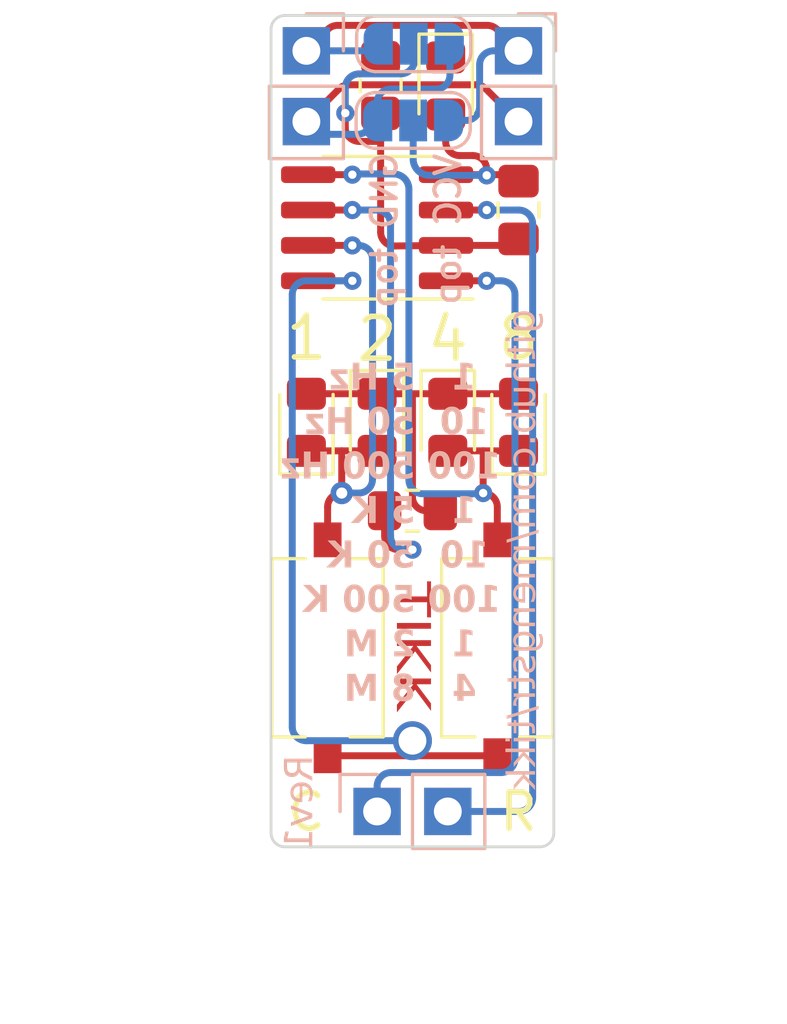
<source format=kicad_pcb>
(kicad_pcb (version 20221018) (generator pcbnew)
  (title_block (comment 4 "github.com/mengstr/tikk"))
  (layers (0 "F.Cu" signal) (31 "B.Cu" signal) (34 "B.Paste" user) (35 "F.Paste" user) (36 "B.SilkS" user "B.Silkscreen") (37 "F.SilkS" user "F.Silkscreen") (38 "B.Mask" user) (39 "F.Mask" user) (44 "Edge.Cuts" user))
  (net 0 "")
  (net 1 "GND")
  (net 2 "+5V")
  (net 3 "Net-(D1-A)")
  (net 4 "Net-(D5-K)")
  (net 5 "/SW_LED_GRP2")
  (net 6 "/SW_LED_GRP1")
  (net 7 "/RESET")
  (net 8 "/CLOCK")
  (net 9 "/LED_COM")
  (net 10 "/SW_COM{slash}SWIO")
  (net 11 "Net-(J2-Pin_1)")
  (net 12 "Net-(J2-Pin_2)")
  (footprint "Resistor_SMD:R_0805_2012Metric_Pad1.20x1.40mm_HandSolder" (layer "F.Cu") (at 73.152 64.745 -90)
    (fp_text reference "R1" hide)
    (fp_text value "R" hide)
    (fp_line (start -0.227064 -0.735) (end 0.227064 -0.735) (stroke (width 0.12)) (layer "F.SilkS"))
    (fp_line (start -0.227064 0.735) (end 0.227064 0.735) (stroke (width 0.12)) (layer "F.SilkS"))
    (pad "1" smd roundrect (at -1 0 270) (size 1.2 1.4) (layers "F.Cu" "F.Paste" "F.Mask") (roundrect_rratio 0.2083333333) (net 4 "Net-(D5-K)"))
    (pad "2" smd roundrect (at 1 0 270) (size 1.2 1.4) (layers "F.Cu" "F.Paste" "F.Mask") (roundrect_rratio 0.2083333333) (net 1 "GND"))
  )
  (footprint "LED_SMD:LED_0805_2012Metric_Pad1.15x1.40mm_HandSolder" (layer "F.Cu") (at 75.565 76.835 -90)
    (fp_text reference "D3" hide)
    (fp_text value "LED" hide)
    (fp_line (start -1.86 -0.96) (end -1.86 0.96) (stroke (width 0.12)) (layer "F.SilkS"))
    (fp_line (start -1.86 0.96) (end 1 0.96) (stroke (width 0.12)) (layer "F.SilkS"))
    (fp_line (start 1 -0.96) (end -1.86 -0.96) (stroke (width 0.12)) (layer "F.SilkS"))
    (pad "1" smd roundrect (at -1.025 0 270) (size 1.15 1.4) (layers "F.Cu" "F.Paste" "F.Mask") (roundrect_rratio 0.2173913043) (net 3 "Net-(D1-A)"))
    (pad "2" smd roundrect (at 1.025 0 270) (size 1.15 1.4) (layers "F.Cu" "F.Paste" "F.Mask") (roundrect_rratio 0.2173913043) (net 6 "/SW_LED_GRP1"))
  )
  (footprint "LED_SMD:LED_0805_2012Metric_Pad1.15x1.40mm_HandSolder" (layer "F.Cu") (at 73.025 76.835 -90)
    (fp_text reference "D2" hide)
    (fp_text value "LED" hide)
    (fp_line (start -1.86 -0.96) (end -1.86 0.96) (stroke (width 0.12)) (layer "F.SilkS"))
    (fp_line (start -1.86 0.96) (end 1 0.96) (stroke (width 0.12)) (layer "F.SilkS"))
    (fp_line (start 1 -0.96) (end -1.86 -0.96) (stroke (width 0.12)) (layer "F.SilkS"))
    (pad "1" smd roundrect (at -1.025 0 270) (size 1.15 1.4) (layers "F.Cu" "F.Paste" "F.Mask") (roundrect_rratio 0.2173913043) (net 3 "Net-(D1-A)"))
    (pad "2" smd roundrect (at 1.025 0 270) (size 1.15 1.4) (layers "F.Cu" "F.Paste" "F.Mask") (roundrect_rratio 0.2173913043) (net 5 "/SW_LED_GRP2"))
  )
  (footprint "Resistor_SMD:R_0805_2012Metric_Pad1.20x1.40mm_HandSolder" (layer "F.Cu") (at 74.295 80.01 180)
    (fp_text reference "R2" hide)
    (fp_text value "R" hide)
    (fp_line (start -0.227064 -0.735) (end 0.227064 -0.735) (stroke (width 0.12)) (layer "F.SilkS"))
    (fp_line (start -0.227064 0.735) (end 0.227064 0.735) (stroke (width 0.12)) (layer "F.SilkS"))
    (pad "1" smd roundrect (at -1 0 180) (size 1.2 1.4) (layers "F.Cu" "F.Paste" "F.Mask") (roundrect_rratio 0.2083333333) (net 3 "Net-(D1-A)"))
    (pad "2" smd roundrect (at 1 0 180) (size 1.2 1.4) (layers "F.Cu" "F.Paste" "F.Mask") (roundrect_rratio 0.2083333333) (net 9 "/LED_COM"))
  )
  (footprint "LED_SMD:LED_0805_2012Metric_Pad1.15x1.40mm_HandSolder" (layer "F.Cu") (at 78.105 76.835 90)
    (fp_text reference "D4" hide)
    (fp_text value "LED" hide)
    (fp_line (start -1.86 -0.96) (end -1.86 0.96) (stroke (width 0.12)) (layer "F.SilkS"))
    (fp_line (start -1.86 0.96) (end 1 0.96) (stroke (width 0.12)) (layer "F.SilkS"))
    (fp_line (start 1 -0.96) (end -1.86 -0.96) (stroke (width 0.12)) (layer "F.SilkS"))
    (pad "1" smd roundrect (at -1.025 0 90) (size 1.15 1.4) (layers "F.Cu" "F.Paste" "F.Mask") (roundrect_rratio 0.2173913043) (net 6 "/SW_LED_GRP1"))
    (pad "2" smd roundrect (at 1.025 0 90) (size 1.15 1.4) (layers "F.Cu" "F.Paste" "F.Mask") (roundrect_rratio 0.2173913043) (net 3 "Net-(D1-A)"))
  )
  (footprint "Capacitor_SMD:C_0805_2012Metric_Pad1.18x1.45mm_HandSolder" (layer "F.Cu") (at 78.105 69.215 -90)
    (fp_text reference "C1" hide)
    (fp_text value "C" hide)
    (fp_line (start -0.261252 -0.735) (end 0.261252 -0.735) (stroke (width 0.12)) (layer "F.SilkS"))
    (fp_line (start -0.261252 0.735) (end 0.261252 0.735) (stroke (width 0.12)) (layer "F.SilkS"))
    (pad "1" smd roundrect (at -1.0375 0 270) (size 1.175 1.45) (layers "F.Cu" "F.Paste" "F.Mask") (roundrect_rratio 0.2127659574) (net 2 "+5V"))
    (pad "2" smd roundrect (at 1.0375 0 270) (size 1.175 1.45) (layers "F.Cu" "F.Paste" "F.Mask") (roundrect_rratio 0.2127659574) (net 1 "GND"))
  )
  (footprint "LED_SMD:LED_0805_2012Metric_Pad1.15x1.40mm_HandSolder" (layer "F.Cu") (at 75.4888 64.761 -90)
    (fp_text reference "D5" hide)
    (fp_text value "LED" hide)
    (fp_line (start -1.86 -0.96) (end -1.86 0.96) (stroke (width 0.12)) (layer "F.SilkS"))
    (fp_line (start -1.86 0.96) (end 1 0.96) (stroke (width 0.12)) (layer "F.SilkS"))
    (fp_line (start 1 -0.96) (end -1.86 -0.96) (stroke (width 0.12)) (layer "F.SilkS"))
    (pad "1" smd roundrect (at -1.025 0 270) (size 1.15 1.4) (layers "F.Cu" "F.Paste" "F.Mask") (roundrect_rratio 0.2173913043) (net 4 "Net-(D5-K)"))
    (pad "2" smd roundrect (at 1.025 0 270) (size 1.15 1.4) (layers "F.Cu" "F.Paste" "F.Mask") (roundrect_rratio 0.2173913043) (net 2 "+5V"))
  )
  (footprint "Package_SO:SOIC-8_3.9x4.9mm_P1.27mm" (layer "F.Cu") (at 73.025 69.85 180)
    (fp_text reference "U2" hide)
    (fp_text value "CH32V003J4M6" hide)
    (fp_line (start 0 -2.56) (end -3.45 -2.56) (stroke (width 0.12)) (layer "F.SilkS"))
    (fp_line (start 0 -2.56) (end 1.95 -2.56) (stroke (width 0.12)) (layer "F.SilkS"))
    (fp_line (start 0 2.56) (end -1.95 2.56) (stroke (width 0.12)) (layer "F.SilkS"))
    (fp_line (start 0 2.56) (end 1.95 2.56) (stroke (width 0.12)) (layer "F.SilkS"))
    (pad "1" smd roundrect (at -2.475 -1.905 180) (size 1.95 0.6) (layers "F.Cu" "F.Paste" "F.Mask") (net 8 "/CLOCK"))
    (pad "2" smd roundrect (at -2.475 -0.635 180) (size 1.95 0.6) (layers "F.Cu" "F.Paste" "F.Mask") (net 1 "GND"))
    (pad "3" smd roundrect (at -2.475 0.635 180) (size 1.95 0.6) (layers "F.Cu" "F.Paste" "F.Mask") (net 7 "/RESET"))
    (pad "4" smd roundrect (at -2.475 1.905 180) (size 1.95 0.6) (layers "F.Cu" "F.Paste" "F.Mask") (net 2 "+5V"))
    (pad "5" smd roundrect (at 2.475 1.905 180) (size 1.95 0.6) (layers "F.Cu" "F.Paste" "F.Mask") (net 6 "/SW_LED_GRP1"))
    (pad "6" smd roundrect (at 2.475 0.635 180) (size 1.95 0.6) (layers "F.Cu" "F.Paste" "F.Mask") (net 9 "/LED_COM"))
    (pad "7" smd roundrect (at 2.475 -0.635 180) (size 1.95 0.6) (layers "F.Cu" "F.Paste" "F.Mask") (net 5 "/SW_LED_GRP2"))
    (pad "8" smd roundrect (at 2.475 -1.905 180) (size 1.95 0.6) (layers "F.Cu" "F.Paste" "F.Mask") (net 10 "/SW_COM{slash}SWIO"))
  )
  (footprint "Button_Switch_SMD:SW_Tactile_SPST_NO_Straight_CK_PTS636Sx25SMTRLFS" (layer "F.Cu") (at 77.343 84.93 -90)
    (fp_text reference "SW2" hide)
    (fp_text value "SW_Push" hide)
    (fp_line (start -3.2 -2) (end -3.2 -0.8) (stroke (width 0.12)) (layer "F.SilkS"))
    (fp_line (start -3.2 0.8) (end -3.2 2) (stroke (width 0.12)) (layer "F.SilkS"))
    (fp_line (start -3.2 2) (end 3.2 2) (stroke (width 0.12)) (layer "F.SilkS"))
    (fp_line (start 3.2 -2) (end -3.2 -2) (stroke (width 0.12)) (layer "F.SilkS"))
    (fp_line (start 3.2 -0.8) (end 3.2 -2) (stroke (width 0.12)) (layer "F.SilkS"))
    (fp_line (start 3.2 2) (end 3.2 0.8) (stroke (width 0.12)) (layer "F.SilkS"))
    (pad "1" smd rect (at -3.875 0 270) (size 1.25 1) (layers "F.Cu" "F.Paste" "F.Mask") (net 6 "/SW_LED_GRP1"))
    (pad "2" smd rect (at 3.875 0 270) (size 1.25 1) (layers "F.Cu" "F.Paste" "F.Mask") (net 10 "/SW_COM{slash}SWIO"))
  )
  (footprint "Button_Switch_SMD:SW_Tactile_SPST_NO_Straight_CK_PTS636Sx25SMTRLFS" (layer "F.Cu") (at 71.247 84.93 -90)
    (fp_text reference "SW1" hide)
    (fp_text value "SW_Push" hide)
    (fp_line (start -3.2 -2) (end -3.2 -0.8) (stroke (width 0.12)) (layer "F.SilkS"))
    (fp_line (start -3.2 0.8) (end -3.2 2) (stroke (width 0.12)) (layer "F.SilkS"))
    (fp_line (start -3.2 2) (end 3.2 2) (stroke (width 0.12)) (layer "F.SilkS"))
    (fp_line (start 3.2 -2) (end -3.2 -2) (stroke (width 0.12)) (layer "F.SilkS"))
    (fp_line (start 3.2 -0.8) (end 3.2 -2) (stroke (width 0.12)) (layer "F.SilkS"))
    (fp_line (start 3.2 2) (end 3.2 0.8) (stroke (width 0.12)) (layer "F.SilkS"))
    (pad "1" smd rect (at -3.875 0 270) (size 1.25 1) (layers "F.Cu" "F.Paste" "F.Mask") (net 5 "/SW_LED_GRP2"))
    (pad "2" smd rect (at 3.875 0 270) (size 1.25 1) (layers "F.Cu" "F.Paste" "F.Mask") (net 10 "/SW_COM{slash}SWIO"))
  )
  (footprint "LED_SMD:LED_0805_2012Metric_Pad1.15x1.40mm_HandSolder" (layer "F.Cu") (at 70.485 76.835 90)
    (fp_text reference "D1" hide)
    (fp_text value "LED" hide)
    (fp_line (start -1.86 -0.96) (end -1.86 0.96) (stroke (width 0.12)) (layer "F.SilkS"))
    (fp_line (start -1.86 0.96) (end 1 0.96) (stroke (width 0.12)) (layer "F.SilkS"))
    (fp_line (start 1 -0.96) (end -1.86 -0.96) (stroke (width 0.12)) (layer "F.SilkS"))
    (pad "1" smd roundrect (at -1.025 0 90) (size 1.15 1.4) (layers "F.Cu" "F.Paste" "F.Mask") (roundrect_rratio 0.2173913043) (net 5 "/SW_LED_GRP2"))
    (pad "2" smd roundrect (at 1.025 0 90) (size 1.15 1.4) (layers "F.Cu" "F.Paste" "F.Mask") (roundrect_rratio 0.2173913043) (net 3 "Net-(D1-A)"))
  )
  (footprint "Jumper:SolderJumper-3_P1.3mm_Open_RoundedPad1.0x1.5mm" (layer "B.Cu") (at 74.3412 63.246 180)
    (fp_text reference "JP1" hide)
    (fp_text value "SolderJumper_3_Open" hide)
    (fp_line (start -2.05 -0.3) (end -2.05 0.3) (stroke (width 0.12)) (layer "B.SilkS"))
    (fp_line (start -1.4 1) (end 1.4 1) (stroke (width 0.12)) (layer "B.SilkS"))
    (fp_line (start 1.4 -1) (end -1.4 -1) (stroke (width 0.12)) (layer "B.SilkS"))
    (fp_line (start 2.05 0.3) (end 2.05 -0.3) (stroke (width 0.12)) (layer "B.SilkS"))
    (fp_arc (start -2.05 -0.3) (mid -1.844975 -0.794975) (end -1.35 -1) (stroke (width 0.12)) (layer "B.SilkS"))
    (fp_arc (start -1.35 1) (mid -1.844975 0.794975) (end -2.05 0.3) (stroke (width 0.12)) (layer "B.SilkS"))
    (fp_arc (start 1.35 -1) (mid 1.844975 -0.794975) (end 2.05 -0.3) (stroke (width 0.12)) (layer "B.SilkS"))
    (fp_arc (start 2.05 0.3) (mid 1.844975 0.794975) (end 1.35 1) (stroke (width 0.12)) (layer "B.SilkS"))
    (pad "1" smd custom (at -1.3 0 180) (size 1 0.5) (layers "B.Cu" "B.Mask") (net 12 "Net-(J2-Pin_2)") (options (clearance outline) (anchor rect)) (primitives (gr_circle (center 0 -0.25) (end 0.5 -0.25) (width 0) (fill yes)) (gr_circle (center 0 0.25) (end 0.5 0.25) (width 0) (fill yes)) (gr_poly (pts (xy 0.55 -0.75) (xy 0 -0.75) (xy 0 0.75) (xy 0.55 0.75)) (width 0) (fill yes))))
    (pad "2" smd rect (at 0 0 180) (size 1 1.5) (layers "B.Cu" "B.Mask") (net 1 "GND"))
    (pad "3" smd custom (at 1.3 0 180) (size 1 0.5) (layers "B.Cu" "B.Mask") (net 11 "Net-(J2-Pin_1)") (options (clearance outline) (anchor rect)) (primitives (gr_circle (center 0 -0.25) (end 0.5 -0.25) (width 0) (fill yes)) (gr_circle (center 0 0.25) (end 0.5 0.25) (width 0) (fill yes)) (gr_poly (pts (xy 0 -0.75) (xy -0.55 -0.75) (xy -0.55 0.75) (xy 0 0.75)) (width 0) (fill yes))))
  )
  (footprint "Connector_PinHeader_2.54mm:PinHeader_1x02_P2.54mm_Vertical" (layer "B.Cu") (at 73.025 90.805 -90)
    (fp_text reference "J1" hide)
    (fp_text value "Conn_01x02_Pin" hide)
    (fp_line (start -1.33 -3.87) (end 1.33 -3.87) (stroke (width 0.12)) (layer "B.SilkS"))
    (fp_line (start -1.33 -1.27) (end -1.33 -3.87) (stroke (width 0.12)) (layer "B.SilkS"))
    (fp_line (start -1.33 -1.27) (end 1.33 -1.27) (stroke (width 0.12)) (layer "B.SilkS"))
    (fp_line (start -1.33 0) (end -1.33 1.33) (stroke (width 0.12)) (layer "B.SilkS"))
    (fp_line (start -1.33 1.33) (end 0 1.33) (stroke (width 0.12)) (layer "B.SilkS"))
    (fp_line (start 1.33 -1.27) (end 1.33 -3.87) (stroke (width 0.12)) (layer "B.SilkS"))
    (pad "1" thru_hole rect (at 0 0 270) (size 1.7 1.7) (drill 1) (layers "*.Cu" "*.Mask") (net 8 "/CLOCK"))
    (pad "2" thru_hole rect (at 0 -2.54 270) (size 1.7 1.7) (drill 1) (layers "*.Cu" "*.Mask") (net 7 "/RESET"))
  )
  (footprint "Connector_PinHeader_2.54mm:PinHeader_1x02_P2.54mm_Vertical" (layer "B.Cu") (at 78.105 63.5 180)
    (fp_text reference "J2" hide)
    (fp_text value "Conn_01x02_Pin" hide)
    (fp_line (start -1.33 -3.87) (end 1.33 -3.87) (stroke (width 0.12)) (layer "B.SilkS"))
    (fp_line (start -1.33 -1.27) (end -1.33 -3.87) (stroke (width 0.12)) (layer "B.SilkS"))
    (fp_line (start -1.33 -1.27) (end 1.33 -1.27) (stroke (width 0.12)) (layer "B.SilkS"))
    (fp_line (start -1.33 0) (end -1.33 1.33) (stroke (width 0.12)) (layer "B.SilkS"))
    (fp_line (start -1.33 1.33) (end 0 1.33) (stroke (width 0.12)) (layer "B.SilkS"))
    (fp_line (start 1.33 -1.27) (end 1.33 -3.87) (stroke (width 0.12)) (layer "B.SilkS"))
    (pad "1" thru_hole rect (at 0 0 180) (size 1.7 1.7) (drill 1) (layers "*.Cu" "*.Mask") (net 11 "Net-(J2-Pin_1)"))
    (pad "2" thru_hole rect (at 0 -2.54 180) (size 1.7 1.7) (drill 1) (layers "*.Cu" "*.Mask") (net 12 "Net-(J2-Pin_2)"))
  )
  (footprint "Jumper:SolderJumper-3_P1.3mm_Open_RoundedPad1.0x1.5mm" (layer "B.Cu") (at 74.3204 65.9991 180)
    (fp_text reference "JP2" hide)
    (fp_text value "SolderJumper_3_Open" hide)
    (fp_line (start -2.05 -0.3) (end -2.05 0.3) (stroke (width 0.12)) (layer "B.SilkS"))
    (fp_line (start -1.4 1) (end 1.4 1) (stroke (width 0.12)) (layer "B.SilkS"))
    (fp_line (start 1.4 -1) (end -1.4 -1) (stroke (width 0.12)) (layer "B.SilkS"))
    (fp_line (start 2.05 0.3) (end 2.05 -0.3) (stroke (width 0.12)) (layer "B.SilkS"))
    (fp_arc (start -2.05 -0.3) (mid -1.844975 -0.794975) (end -1.35 -1) (stroke (width 0.12)) (layer "B.SilkS"))
    (fp_arc (start -1.35 1) (mid -1.844975 0.794975) (end -2.05 0.3) (stroke (width 0.12)) (layer "B.SilkS"))
    (fp_arc (start 1.35 -1) (mid 1.844975 -0.794975) (end 2.05 -0.3) (stroke (width 0.12)) (layer "B.SilkS"))
    (fp_arc (start 2.05 0.3) (mid 1.844975 0.794975) (end 1.35 1) (stroke (width 0.12)) (layer "B.SilkS"))
    (pad "1" smd custom (at -1.3 0 180) (size 1 0.5) (layers "B.Cu" "B.Mask") (net 11 "Net-(J2-Pin_1)") (options (clearance outline) (anchor rect)) (primitives (gr_circle (center 0 -0.25) (end 0.5 -0.25) (width 0) (fill yes)) (gr_circle (center 0 0.25) (end 0.5 0.25) (width 0) (fill yes)) (gr_poly (pts (xy 0.55 -0.75) (xy 0 -0.75) (xy 0 0.75) (xy 0.55 0.75)) (width 0) (fill yes))))
    (pad "2" smd rect (at 0 0 180) (size 1 1.5) (layers "B.Cu" "B.Mask") (net 2 "+5V"))
    (pad "3" smd custom (at 1.3 0 180) (size 1 0.5) (layers "B.Cu" "B.Mask") (net 12 "Net-(J2-Pin_2)") (options (clearance outline) (anchor rect)) (primitives (gr_circle (center 0 -0.25) (end 0.5 -0.25) (width 0) (fill yes)) (gr_circle (center 0 0.25) (end 0.5 0.25) (width 0) (fill yes)) (gr_poly (pts (xy 0 -0.75) (xy -0.55 -0.75) (xy -0.55 0.75) (xy 0 0.75)) (width 0) (fill yes))))
  )
  (footprint "Connector_PinHeader_2.54mm:PinHeader_1x02_P2.54mm_Vertical" (layer "B.Cu") (at 70.485 63.5 180)
    (fp_text reference "J3" hide)
    (fp_text value "Conn_01x02_Pin" hide)
    (fp_line (start -1.33 -3.87) (end 1.33 -3.87) (stroke (width 0.12)) (layer "B.SilkS"))
    (fp_line (start -1.33 -1.27) (end -1.33 -3.87) (stroke (width 0.12)) (layer "B.SilkS"))
    (fp_line (start -1.33 -1.27) (end 1.33 -1.27) (stroke (width 0.12)) (layer "B.SilkS"))
    (fp_line (start -1.33 0) (end -1.33 1.33) (stroke (width 0.12)) (layer "B.SilkS"))
    (fp_line (start -1.33 1.33) (end 0 1.33) (stroke (width 0.12)) (layer "B.SilkS"))
    (fp_line (start 1.33 -1.27) (end 1.33 -3.87) (stroke (width 0.12)) (layer "B.SilkS"))
    (pad "1" thru_hole rect (at 0 0 180) (size 1.7 1.7) (drill 1) (layers "*.Cu" "*.Mask") (net 11 "Net-(J2-Pin_1)"))
    (pad "2" thru_hole rect (at 0 -2.54 180) (size 1.7 1.7) (drill 1) (layers "*.Cu" "*.Mask") (net 12 "Net-(J2-Pin_2)"))
  )
  (gr_line (start 69.715 92.075) (end 78.875 92.075) (stroke (width 0.1)) (layer "Edge.Cuts"))
  (gr_line (start 78.875 62.23) (end 69.715 62.23) (stroke (width 0.1)) (layer "Edge.Cuts"))
  (gr_arc (start 69.715 92.075) (mid 69.361447 91.928553) (end 69.215 91.575) (stroke (width 0.1)) (layer "Edge.Cuts"))
  (gr_line (start 79.375 62.73) (end 79.375 91.575) (stroke (width 0.1)) (layer "Edge.Cuts"))
  (gr_arc (start 78.875 62.23) (mid 79.228553 62.376447) (end 79.375 62.73) (stroke (width 0.1)) (layer "Edge.Cuts"))
  (gr_arc (start 69.215 62.73) (mid 69.361447 62.376447) (end 69.715 62.23) (stroke (width 0.1)) (layer "Edge.Cuts"))
  (gr_arc (start 79.375 91.575) (mid 79.228553 91.928553) (end 78.875 92.075) (stroke (width 0.1)) (layer "Edge.Cuts"))
  (gr_line (start 69.215 62.73) (end 69.215 91.575) (stroke (width 0.1)) (layer "Edge.Cuts"))
  (gr_text "TIKK" (at 73.533 82.55 270) (layer "F.Cu") (effects (font (size 1.2 1.5)) (justify left bottom)))
  (gr_text "  1   5 Hz\n 10  50 Hz\n100 500 Hz\n  1   5 K\n 10  50 K\n100 500 K\n  1   2 M\n  4   8 M" (at 77.47 86.995) (layer "B.SilkS") (effects (font (size 0.95 0.9) (thickness 0.15) bold) (justify left bottom mirror)))
  (gr_text "Rev1" (at 70.866 88.773 90) (layer "B.SilkS") (effects (font (size 1 1) (thickness 0.1125)) (justify left bottom mirror)))
  (gr_text "github.com/mengstr/tikk" (at 78.867 72.771 90) (layer "B.SilkS") (effects (font (size 1 1) (thickness 0.1125)) (justify left bottom mirror)))
  (gr_text "GND top" (at 73.8124 67.056 90) (layer "B.SilkS") (effects (font (size 0.9 0.9)) (justify left bottom mirror)))
  (gr_text "VCC top" (at 76.0984 67.1068 90) (layer "B.SilkS") (effects (font (size 0.9 0.9)) (justify left bottom mirror)))
  (gr_text "2" (at 73.025 74.725) (layer "F.SilkS") (effects (font (size 1.5 1.5) (thickness 0.2)) (justify bottom)))
  (gr_text "8" (at 78.105 74.68) (layer "F.SilkS") (effects (font (size 1.5 1.5) (thickness 0.2)) (justify bottom)))
  (gr_text "R" (at 78.105 91.575) (layer "F.SilkS") (effects (font (size 1.3 1.3) (thickness 0.2)) (justify bottom)))
  (gr_text "1" (at 70.485 74.68) (layer "F.SilkS") (effects (font (size 1.5 1.5) (thickness 0.2)) (justify bottom)))
  (gr_text "C" (at 70.485 91.575) (layer "F.SilkS") (effects (font (size 1.3 1.3) (thickness 0.2)) (justify bottom)))
  (gr_text "4" (at 75.565 74.725) (layer "F.SilkS") (effects (font (size 1.5 1.5) (thickness 0.2)) (justify bottom)))
  (segment (start 73.152 65.745) (end 73.152 66.7512) (width 0.25) (layer "F.Cu") (net 1))
  (segment (start 72.382 66.7512) (end 73.152 66.7512) (width 0.25) (layer "F.Cu") (net 1))
  (segment (start 71.882 65.7352) (end 71.882 66.2512) (width 0.25) (layer "F.Cu") (net 1))
  (segment (start 75.5 70.485) (end 77.8725 70.485) (width 0.25) (layer "F.Cu") (net 1))
  (segment (start 77.8725 70.485) (end 78.105 70.2525) (width 0.25) (layer "F.Cu") (net 1))
  (segment (start 75.5 70.485) (end 73.657409 70.504933) (width 0.25) (layer "F.Cu") (net 1))
  (segment (start 73.152 70.004962) (end 73.152 66.7512) (width 0.25) (layer "F.Cu") (net 1))
  (via (at 71.882 65.7352) (size 0.65) (drill 0.3) (layers "F.Cu" "B.Cu") (net 1))
  (arc (start 73.657409 70.504933) (mid 73.300364 70.360423) (end 73.152 70.004962) (width 0.25) (layer "F.Cu") (net 1))
  (arc (start 72.382 66.7512) (mid 72.028447 66.604753) (end 71.882 66.2512) (width 0.25) (layer "F.Cu") (net 1))
  (segment (start 74.3412 63.246) (end 74.3712 63.276) (width 0.25) (layer "B.Cu") (net 1))
  (segment (start 74.3712 63.276) (end 74.3712 63.8272) (width 0.25) (layer "B.Cu") (net 1))
  (segment (start 73.8712 64.3272) (end 72.382 64.3272) (width 0.25) (layer "B.Cu") (net 1))
  (segment (start 71.882 64.8272) (end 71.882 65.7352) (width 0.25) (layer "B.Cu") (net 1))
  (arc (start 72.382 64.3272) (mid 72.028447 64.473647) (end 71.882 64.8272) (width 0.25) (layer "B.Cu") (net 1))
  (arc (start 73.8712 64.3272) (mid 74.224753 64.180753) (end 74.3712 63.8272) (width 0.25) (layer "B.Cu") (net 1))
  (segment (start 76.9112 67.945) (end 77.8725 67.945) (width 0.25) (layer "F.Cu") (net 2))
  (segment (start 75.9888 67.2592) (end 76.462 67.2592) (width 0.25) (layer "F.Cu") (net 2))
  (segment (start 76.835 67.945) (end 76.9112 67.945) (width 0.25) (layer "F.Cu") (net 2))
  (segment (start 77.8725 67.945) (end 78.105 68.1775) (width 0.25) (layer "F.Cu") (net 2))
  (segment (start 75.5 67.945) (end 76.835 67.945) (width 0.25) (layer "F.Cu") (net 2))
  (segment (start 76.962 67.7592) (end 76.962 67.9704) (width 0.25) (layer "F.Cu") (net 2))
  (segment (start 75.4888 65.786) (end 75.4888 66.7592) (width 0.25) (layer "F.Cu") (net 2))
  (via (at 76.962 67.9704) (size 0.65) (drill 0.3) (layers "F.Cu" "B.Cu") (net 2))
  (arc (start 75.9888 67.2592) (mid 75.635247 67.112753) (end 75.4888 66.7592) (width 0.25) (layer "F.Cu") (net 2))
  (arc (start 76.462 67.2592) (mid 76.815553 67.405647) (end 76.962 67.7592) (width 0.25) (layer "F.Cu") (net 2))
  (segment (start 74.910131 67.9704) (end 76.962 67.9704) (width 0.25) (layer "B.Cu") (net 2))
  (segment (start 74.3204 65.9991) (end 74.3204 67.380669) (width 0.25) (layer "B.Cu") (net 2))
  (arc (start 74.910131 67.9704) (mid 74.493128 67.797672) (end 74.3204 67.380669) (width 0.25) (layer "B.Cu") (net 2))
  (segment (start 74.295 75.81) (end 75.565 75.81) (width 0.25) (layer "F.Cu") (net 3))
  (segment (start 75.295 80.01) (end 74.795 80.01) (width 0.25) (layer "F.Cu") (net 3))
  (segment (start 75.565 75.81) (end 78.105 75.81) (width 0.25) (layer "F.Cu") (net 3))
  (segment (start 75.295 80.01) (end 75.295 79.994) (width 0.25) (layer "F.Cu") (net 3))
  (segment (start 73.025 75.81) (end 74.295 75.81) (width 0.25) (layer "F.Cu") (net 3))
  (segment (start 70.485 75.81) (end 73.025 75.81) (width 0.25) (layer "F.Cu") (net 3))
  (segment (start 74.295 79.51) (end 74.295 75.81) (width 0.25) (layer "F.Cu") (net 3))
  (arc (start 74.795 80.01) (mid 74.441447 79.863553) (end 74.295 79.51) (width 0.25) (layer "F.Cu") (net 3))
  (segment (start 73.152 63.745) (end 75.4798 63.745) (width 0.25) (layer "F.Cu") (net 4))
  (segment (start 75.4798 63.745) (end 75.4888 63.736) (width 0.25) (layer "F.Cu") (net 4))
  (segment (start 71.247 81.055) (end 71.247 79.875) (width 0.25) (layer "F.Cu") (net 5))
  (segment (start 71.12 81.055) (end 71.247 81.055) (width 0.25) (layer "F.Cu") (net 5))
  (segment (start 71.747 79.375) (end 71.755 79.375) (width 0.25) (layer "F.Cu") (net 5))
  (segment (start 71.755 77.86) (end 73.025 77.86) (width 0.25) (layer "F.Cu") (net 5))
  (segment (start 70.485 77.86) (end 71.755 77.86) (width 0.25) (layer "F.Cu") (net 5))
  (segment (start 70.55 70.485) (end 72.136 70.485) (width 0.25) (layer "F.Cu") (net 5))
  (segment (start 71.755 79.375) (end 71.755 77.86) (width 0.25) (layer "F.Cu") (net 5))
  (via (at 72.136 70.485) (size 0.65) (drill 0.3) (layers "F.Cu" "B.Cu") (net 5))
  (via (at 71.755 79.375) (size 0.8) (drill 0.4) (layers "F.Cu" "B.Cu") (net 5))
  (arc (start 71.747 79.375) (mid 71.393447 79.521447) (end 71.247 79.875) (width 0.25) (layer "F.Cu") (net 5))
  (segment (start 72.136 70.485) (end 72.361 70.485) (width 0.25) (layer "B.Cu") (net 5))
  (segment (start 72.861 78.875) (end 72.861 70.985) (width 0.25) (layer "B.Cu") (net 5))
  (segment (start 72.361 79.375) (end 71.755 79.375) (width 0.25) (layer "B.Cu") (net 5))
  (arc (start 72.361 70.485) (mid 72.714553 70.631447) (end 72.861 70.985) (width 0.25) (layer "B.Cu") (net 5))
  (arc (start 72.861 78.875) (mid 72.714553 79.228553) (end 72.361 79.375) (width 0.25) (layer "B.Cu") (net 5))
  (segment (start 77.343 81.055) (end 77.343 79.875) (width 0.25) (layer "F.Cu") (net 6))
  (segment (start 76.835 77.86) (end 78.105 77.86) (width 0.25) (layer "F.Cu") (net 6))
  (segment (start 76.835 79.375) (end 76.835 77.86) (width 0.25) (layer "F.Cu") (net 6))
  (segment (start 75.565 77.86) (end 76.835 77.86) (width 0.25) (layer "F.Cu") (net 6))
  (segment (start 76.843 79.375) (end 76.835 79.375) (width 0.25) (layer "F.Cu") (net 6))
  (segment (start 70.55 67.945) (end 72.136 67.945) (width 0.25) (layer "F.Cu") (net 6))
  (via (at 72.136 67.945) (size 0.65) (drill 0.3) (layers "F.Cu" "B.Cu") (net 6))
  (via (at 76.835 79.375) (size 0.65) (drill 0.3) (layers "F.Cu" "B.Cu") (net 6))
  (arc (start 76.843 79.375) (mid 77.196553 79.521447) (end 77.343 79.875) (width 0.25) (layer "F.Cu") (net 6))
  (segment (start 76.8096 79.4004) (end 76.835 79.375) (width 0.25) (layer "B.Cu") (net 6))
  (segment (start 74.668 79.4004) (end 76.8096 79.4004) (width 0.25) (layer "B.Cu") (net 6))
  (segment (start 72.136 67.945) (end 72.1614 67.9196) (width 0.25) (layer "B.Cu") (net 6))
  (segment (start 72.1614 67.9196) (end 73.618714 67.9196) (width 0.25) (layer "B.Cu") (net 6))
  (segment (start 74.168 68.468886) (end 74.168 78.9004) (width 0.25) (layer "B.Cu") (net 6))
  (arc (start 74.168 78.9004) (mid 74.314447 79.253953) (end 74.668 79.4004) (width 0.25) (layer "B.Cu") (net 6))
  (arc (start 73.618714 67.9196) (mid 74.007118 68.080482) (end 74.168 68.468886) (width 0.25) (layer "B.Cu") (net 6))
  (segment (start 75.5 69.215) (end 76.962 69.215) (width 0.25) (layer "F.Cu") (net 7))
  (via (at 76.962 69.215) (size 0.65) (drill 0.3) (layers "F.Cu" "B.Cu") (net 7))
  (segment (start 76.962 69.215) (end 78.113 69.215) (width 0.25) (layer "B.Cu") (net 7))
  (segment (start 78.113 90.805) (end 75.565 90.805) (width 0.25) (layer "B.Cu") (net 7))
  (segment (start 78.613 69.715) (end 78.613 90.305) (width 0.25) (layer "B.Cu") (net 7))
  (arc (start 78.613 90.305) (mid 78.466553 90.658553) (end 78.113 90.805) (width 0.25) (layer "B.Cu") (net 7))
  (arc (start 78.613 69.715) (mid 78.466553 69.361447) (end 78.113 69.215) (width 0.25) (layer "B.Cu") (net 7))
  (segment (start 75.5 71.755) (end 76.962 71.755) (width 0.25) (layer "F.Cu") (net 8))
  (via (at 76.962 71.755) (size 0.65) (drill 0.3) (layers "F.Cu" "B.Cu") (net 8))
  (segment (start 76.962 71.755) (end 77.478 71.755) (width 0.25) (layer "B.Cu") (net 8))
  (segment (start 73.025 89.908) (end 73.025 90.805) (width 0.25) (layer "B.Cu") (net 8))
  (segment (start 77.978 72.255) (end 77.978 88.908) (width 0.25) (layer "B.Cu") (net 8))
  (segment (start 77.478 89.408) (end 73.525 89.408) (width 0.25) (layer "B.Cu") (net 8))
  (arc (start 73.525 89.408) (mid 73.171447 89.554447) (end 73.025 89.908) (width 0.25) (layer "B.Cu") (net 8))
  (arc (start 77.478 89.408) (mid 77.831553 89.261553) (end 77.978 88.908) (width 0.25) (layer "B.Cu") (net 8))
  (arc (start 77.478 71.755) (mid 77.831553 71.901447) (end 77.978 72.255) (width 0.25) (layer "B.Cu") (net 8))
  (segment (start 70.55 69.215) (end 72.136 69.215) (width 0.25) (layer "F.Cu") (net 9))
  (segment (start 73.295 80.01) (end 73.295 80.907) (width 0.25) (layer "F.Cu") (net 9))
  (segment (start 73.795 81.407) (end 74.295 81.407) (width 0.25) (layer "F.Cu") (net 9))
  (via (at 72.136 69.215) (size 0.65) (drill 0.3) (layers "F.Cu" "B.Cu") (net 9))
  (via (at 74.295 81.407) (size 0.65) (drill 0.3) (layers "F.Cu" "B.Cu") (net 9))
  (arc (start 73.295 80.907) (mid 73.441447 81.260553) (end 73.795 81.407) (width 0.25) (layer "F.Cu") (net 9))
  (segment (start 73.5076 80.907) (end 73.5076 69.715) (width 0.25) (layer "B.Cu") (net 9))
  (segment (start 73.0076 69.215) (end 72.136 69.215) (width 0.25) (layer "B.Cu") (net 9))
  (segment (start 74.295 81.407) (end 74.0076 81.407) (width 0.25) (layer "B.Cu") (net 9))
  (arc (start 73.0076 69.215) (mid 73.361153 69.361447) (end 73.5076 69.715) (width 0.25) (layer "B.Cu") (net 9))
  (arc (start 74.0076 81.407) (mid 73.654047 81.260553) (end 73.5076 80.907) (width 0.25) (layer "B.Cu") (net 9))
  (segment (start 70.55 71.755) (end 72.136 71.755) (width 0.25) (layer "F.Cu") (net 10))
  (segment (start 74.295 88.265) (end 74.295 88.805) (width 0.25) (layer "F.Cu") (net 10))
  (segment (start 74.295 88.805) (end 77.47 88.805) (width 0.25) (layer "F.Cu") (net 10))
  (segment (start 71.12 88.805) (end 74.295 88.805) (width 0.25) (layer "F.Cu") (net 10))
  (via (at 74.295 88.265) (size 1.4) (drill 1) (layers "F.Cu" "B.Cu") (net 10))
  (via (at 72.136 71.755) (size 0.65) (drill 0.3) (layers "F.Cu" "B.Cu") (net 10))
  (segment (start 69.977 87.765) (end 69.977 72.255) (width 0.25) (layer "B.Cu") (net 10))
  (segment (start 74.295 88.265) (end 70.477 88.265) (width 0.25) (layer "B.Cu") (net 10))
  (segment (start 70.477 71.755) (end 72.136 71.755) (width 0.25) (layer "B.Cu") (net 10))
  (arc (start 69.977 87.765) (mid 70.123447 88.118553) (end 70.477 88.265) (width 0.25) (layer "B.Cu") (net 10))
  (arc (start 69.977 72.255) (mid 70.123447 71.901447) (end 70.477 71.755) (width 0.25) (layer "B.Cu") (net 10))
  (segment (start 78.105 63.5) (end 77.337046 62.732046) (width 0.25) (layer "F.Cu") (net 11))
  (segment (start 71.252953 62.732047) (end 70.485 63.5) (width 0.25) (layer "F.Cu") (net 11))
  (segment (start 76.983493 62.5856) (end 71.606507 62.5856) (width 0.25) (layer "F.Cu") (net 11))
  (arc (start 76.983493 62.5856) (mid 77.174834 62.62366) (end 77.337046 62.732046) (width 0.25) (layer "F.Cu") (net 11))
  (arc (start 71.606507 62.5856) (mid 71.415165 62.62366) (end 71.252953 62.732047) (width 0.25) (layer "F.Cu") (net 11))
  (segment (start 72.7872 63.5) (end 73.0412 63.246) (width 0.25) (layer "B.Cu") (net 11))
  (segment (start 76.708 64) (end 76.708 65.4991) (width 0.25) (layer "B.Cu") (net 11))
  (segment (start 76.208 65.9991) (end 75.6204 65.9991) (width 0.25) (layer "B.Cu") (net 11))
  (segment (start 78.105 63.5) (end 77.208 63.5) (width 0.25) (layer "B.Cu") (net 11))
  (segment (start 70.485 63.5) (end 72.7872 63.5) (width 0.25) (layer "B.Cu") (net 11))
  (arc (start 77.208 63.5) (mid 76.854447 63.646447) (end 76.708 64) (width 0.25) (layer "B.Cu") (net 11))
  (arc (start 76.208 65.9991) (mid 76.561553 65.852653) (end 76.708 65.4991) (width 0.25) (layer "B.Cu") (net 11))
  (segment (start 76.577093 64.7192) (end 72.012907 64.7192) (width 0.25) (layer "F.Cu") (net 12))
  (segment (start 78.105 66.04) (end 76.930646 64.865646) (width 0.25) (layer "F.Cu") (net 12))
  (segment (start 78.105 66.04) (end 78.0796 66.04) (width 0.25) (layer "F.Cu") (net 12))
  (segment (start 71.659353 64.865647) (end 70.485 66.04) (width 0.25) (layer "F.Cu") (net 12))
  (arc (start 76.577093 64.7192) (mid 76.768434 64.75726) (end 76.930646 64.865646) (width 0.25) (layer "F.Cu") (net 12))
  (arc (start 71.659353 64.865647) (mid 71.821565 64.75726) (end 72.012907 64.7192) (width 0.25) (layer "F.Cu") (net 12))
  (segment (start 75.6412 64.3716) (end 75.6412 63.246) (width 0.25) (layer "B.Cu") (net 12))
  (segment (start 73.5204 64.8716) (end 75.1412 64.8716) (width 0.25) (layer "B.Cu") (net 12))
  (segment (start 73.0204 65.9991) (end 73.0204 65.3716) (width 0.25) (layer "B.Cu") (net 12))
  (segment (start 71.149307 66.4972) (end 72.315193 66.4972) (width 0.25) (layer "B.Cu") (net 12))
  (segment (start 70.485 66.04) (end 70.795754 66.350754) (width 0.25) (layer "B.Cu") (net 12))
  (segment (start 72.668747 66.350753) (end 73.0204 65.9991) (width 0.25) (layer "B.Cu") (net 12))
  (arc (start 70.795754 66.350754) (mid 70.957966 66.45914) (end 71.149307 66.4972) (width 0.25) (layer "B.Cu") (net 12))
  (arc (start 75.6412 64.3716) (mid 75.494753 64.725153) (end 75.1412 64.8716) (width 0.25) (layer "B.Cu") (net 12))
  (arc (start 72.315193 66.4972) (mid 72.506535 66.45914) (end 72.668747 66.350753) (width 0.25) (layer "B.Cu") (net 12))
  (arc (start 73.5204 64.8716) (mid 73.166847 65.018047) (end 73.0204 65.3716) (width 0.25) (layer "B.Cu") (net 12))
)
</source>
